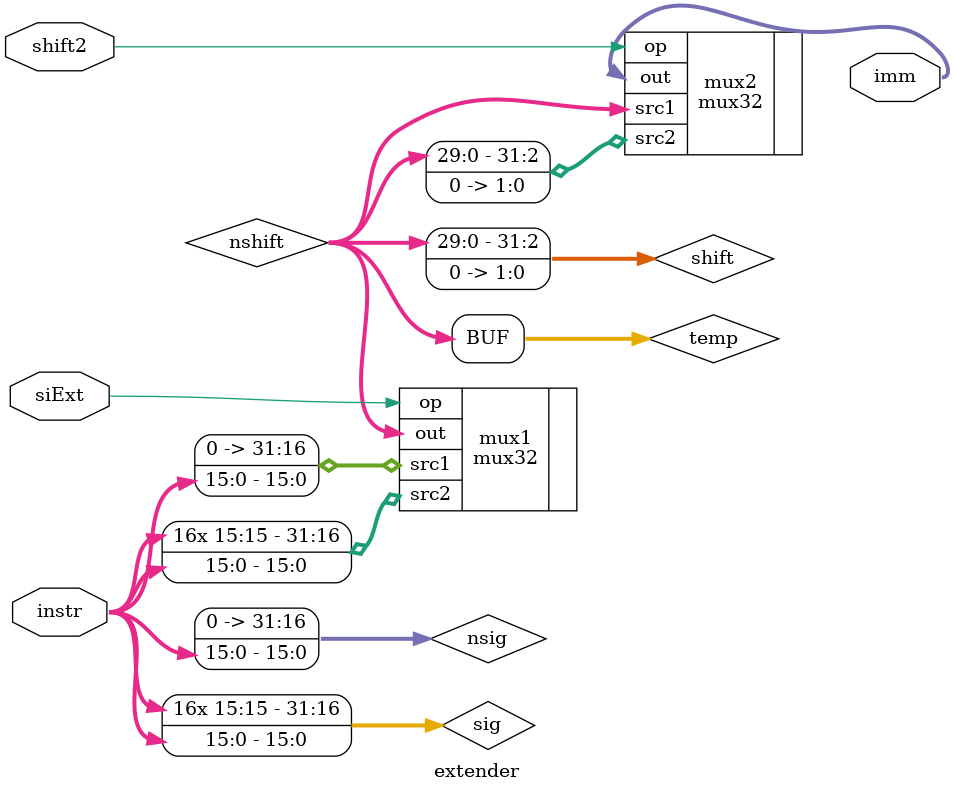
<source format=v>
`timescale 1ns / 1ps
module extender(
    input [31:0] instr,
    input siExt,
    input shift2,
    output [31:0] imm
    );
	 wire [31:0] temp;
	 wire [31:0] sig;
	 wire [31:0] nsig;
	 wire [31:0] shift;
	 wire [31:0] nshift;
	 assign sig={{16{instr[15]}},instr[15:0]};
	 assign nsig={16'd0,instr[15:0]};
	 
	mux32 mux1(.src1(nsig),.src2(sig),.op(siExt),.out(temp));
	assign nshift=temp;
	assign shift={temp[29:0],2'b0};
	mux32 mux2(.src1(nshift),.src2(shift),.op(shift2),.out(imm));

endmodule

</source>
